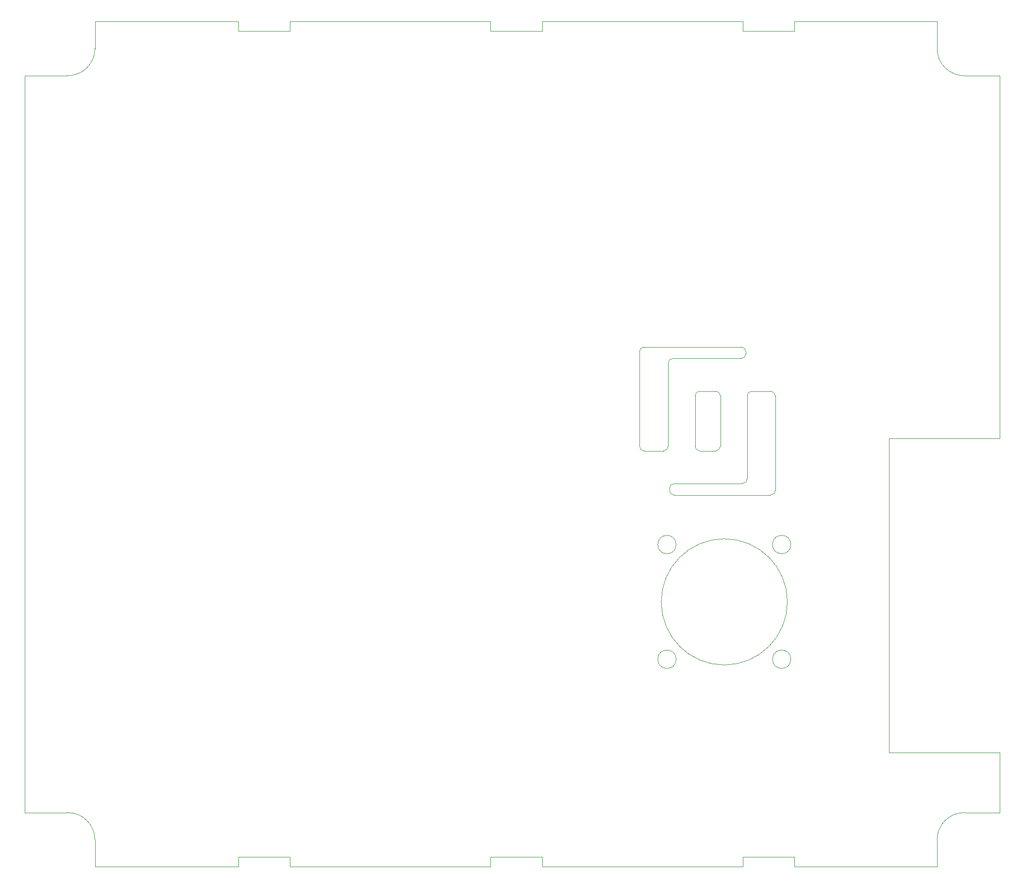
<source format=gbr>
G04 #@! TF.GenerationSoftware,KiCad,Pcbnew,(5.1.5)-3*
G04 #@! TF.CreationDate,2022-02-02T16:58:46+03:00*
G04 #@! TF.ProjectId,Streamer_ADAU1701_MK2,53747265-616d-4657-925f-414441553137,rev?*
G04 #@! TF.SameCoordinates,Original*
G04 #@! TF.FileFunction,Profile,NP*
%FSLAX46Y46*%
G04 Gerber Fmt 4.6, Leading zero omitted, Abs format (unit mm)*
G04 Created by KiCad (PCBNEW (5.1.5)-3) date 2022-02-02 16:58:46*
%MOMM*%
%LPD*%
G04 APERTURE LIST*
%ADD10C,0.100000*%
G04 APERTURE END LIST*
D10*
X195738800Y-101802200D02*
X196238800Y-101802200D01*
X195738800Y-83702200D02*
X196238800Y-83702200D01*
X174161200Y-94097800D02*
X174761200Y-94097800D01*
X174761200Y-75997800D02*
X174161200Y-75997800D01*
X191338800Y-99800000D02*
X179400000Y-99800000D01*
X192138800Y-99000000D02*
X192138800Y-98822200D01*
X192938800Y-83702200D02*
X195738800Y-83702200D01*
X197038800Y-84502200D02*
G75*
G03X196238800Y-83702200I-800000J0D01*
G01*
X195738800Y-101802200D02*
X192938800Y-101802200D01*
X178600000Y-101002200D02*
G75*
G03X179400000Y-101802200I800000J0D01*
G01*
X197038800Y-84502200D02*
X197038800Y-93302200D01*
X192938800Y-83702200D02*
G75*
G03X192138800Y-84502200I0J-800000D01*
G01*
X192138800Y-93302200D02*
X192138800Y-84502200D01*
X196238800Y-101802200D02*
G75*
G03X197038800Y-101002200I0J800000D01*
G01*
X192138800Y-93302200D02*
X192138800Y-98822200D01*
X191338800Y-99800000D02*
G75*
G03X192138800Y-99000000I0J800000D01*
G01*
X192938800Y-101802200D02*
X179400000Y-101802200D01*
X178600000Y-101002200D02*
X178600000Y-100600000D01*
X179400000Y-99800000D02*
G75*
G03X178600000Y-100600000I0J-800000D01*
G01*
X197038800Y-93302200D02*
X197038800Y-101002200D01*
X179161200Y-78000000D02*
X191100000Y-78000000D01*
X178361200Y-78800000D02*
X178361200Y-78977800D01*
X178361200Y-84497800D02*
X178361200Y-78977800D01*
X179161200Y-78000000D02*
G75*
G03X178361200Y-78800000I0J-800000D01*
G01*
X191900000Y-76797800D02*
X191900000Y-77200000D01*
X191100000Y-78000000D02*
G75*
G03X191900000Y-77200000I0J800000D01*
G01*
X177561200Y-75997800D02*
X191100000Y-75997800D01*
X173361200Y-84497800D02*
X173361200Y-76797800D01*
X236150000Y-28680800D02*
X236150000Y-91940800D01*
X236150000Y-157180800D02*
X230007200Y-157180800D01*
X236150000Y-146690800D02*
X216907200Y-146690800D01*
X236150000Y-91940800D02*
X216907200Y-91940800D01*
X236150000Y-28680800D02*
X230007200Y-28680800D01*
X156407200Y-19200000D02*
X156407200Y-20930800D01*
X147407200Y-19200000D02*
X147407200Y-20930800D01*
X225257200Y-166600000D02*
X225257200Y-161930800D01*
X200407200Y-166600000D02*
X200407200Y-164930800D01*
X191407200Y-166600000D02*
X191407200Y-164930800D01*
X156407200Y-166600000D02*
X156407200Y-164930800D01*
X147407200Y-166600000D02*
X147407200Y-164930800D01*
X112407200Y-166600000D02*
X112407200Y-164930800D01*
X78407200Y-166600000D02*
X78407200Y-161930800D01*
X103407200Y-166600000D02*
X103407200Y-164930800D01*
X78407200Y-19200000D02*
X78407200Y-23930800D01*
X103407200Y-19200000D02*
X103407200Y-20930800D01*
X112407200Y-19200000D02*
X112407200Y-20930800D01*
X225257200Y-19200000D02*
X225257200Y-23930800D01*
X191407200Y-19200000D02*
X191407200Y-20930800D01*
X200407200Y-20930800D02*
X200407200Y-19200000D01*
X66157200Y-157180800D02*
X73657200Y-157180800D01*
X73657200Y-28680800D02*
X66157200Y-28680800D01*
X174161200Y-75997800D02*
G75*
G03X173361200Y-76797800I0J-800000D01*
G01*
X173361200Y-93297800D02*
G75*
G03X174161200Y-94097800I800000J0D01*
G01*
X178361200Y-84497800D02*
X178361200Y-93297800D01*
X183061200Y-93297800D02*
X183061200Y-84497800D01*
X173361200Y-93297800D02*
X173361200Y-84497800D01*
X183861200Y-83697800D02*
X186661200Y-83697800D01*
X183061200Y-93297800D02*
G75*
G03X183861200Y-94097800I800000J0D01*
G01*
X191900000Y-76797800D02*
G75*
G03X191100000Y-75997800I-800000J0D01*
G01*
X177561200Y-94097800D02*
X174761200Y-94097800D01*
X187461200Y-84497800D02*
X187461200Y-93297800D01*
X183861200Y-83697800D02*
G75*
G03X183061200Y-84497800I0J-800000D01*
G01*
X186661200Y-94097800D02*
G75*
G03X187461200Y-93297800I0J800000D01*
G01*
X187461200Y-84497800D02*
G75*
G03X186661200Y-83697800I-800000J0D01*
G01*
X186661200Y-94097800D02*
X183861200Y-94097800D01*
X177561200Y-94097800D02*
G75*
G03X178361200Y-93297800I0J800000D01*
G01*
X174761200Y-75997800D02*
X177561200Y-75997800D01*
X236150000Y-146690800D02*
X236150000Y-157180800D01*
X225257200Y-166600000D02*
X200407200Y-166600000D01*
X225257200Y-19200000D02*
X200407200Y-19200000D01*
X216907200Y-91940800D02*
X216907200Y-146690800D01*
X112407200Y-19200000D02*
X147407200Y-19200000D01*
X225257200Y-23930800D02*
G75*
G03X230007200Y-28680800I4750000J0D01*
G01*
X200407200Y-164930800D02*
X191407200Y-164930800D01*
X103407200Y-20930800D02*
X112407200Y-20930800D01*
X156407200Y-166600000D02*
X191407200Y-166600000D01*
X112407200Y-166600000D02*
X147407200Y-166600000D01*
X66157200Y-28680800D02*
X66157200Y-157180800D01*
X78407200Y-161930800D02*
G75*
G03X73657200Y-157180800I-4750000J0D01*
G01*
X112407200Y-164930800D02*
X103407200Y-164930800D01*
X78407200Y-23930800D02*
G75*
G02X73657200Y-28680800I-4750000J0D01*
G01*
X78407200Y-19200000D02*
X103407200Y-19200000D01*
X78407200Y-166600000D02*
X103407200Y-166600000D01*
X225257200Y-161930800D02*
G75*
G02X230007200Y-157180800I4750000J0D01*
G01*
X156407200Y-164930800D02*
X147407200Y-164930800D01*
X191407200Y-20930800D02*
X200407200Y-20930800D01*
X147407200Y-20930800D02*
X156407200Y-20930800D01*
X156407200Y-19200000D02*
X191407200Y-19200000D01*
X179757200Y-110440800D02*
G75*
G03X179757200Y-110440800I-1600000J0D01*
G01*
X199157200Y-120440800D02*
G75*
G03X199157200Y-120440800I-11000000J0D01*
G01*
X199757200Y-110440800D02*
G75*
G03X199757200Y-110440800I-1600000J0D01*
G01*
X179757200Y-130440800D02*
G75*
G03X179757200Y-130440800I-1600000J0D01*
G01*
X199757200Y-130440800D02*
G75*
G03X199757200Y-130440800I-1600000J0D01*
G01*
M02*

</source>
